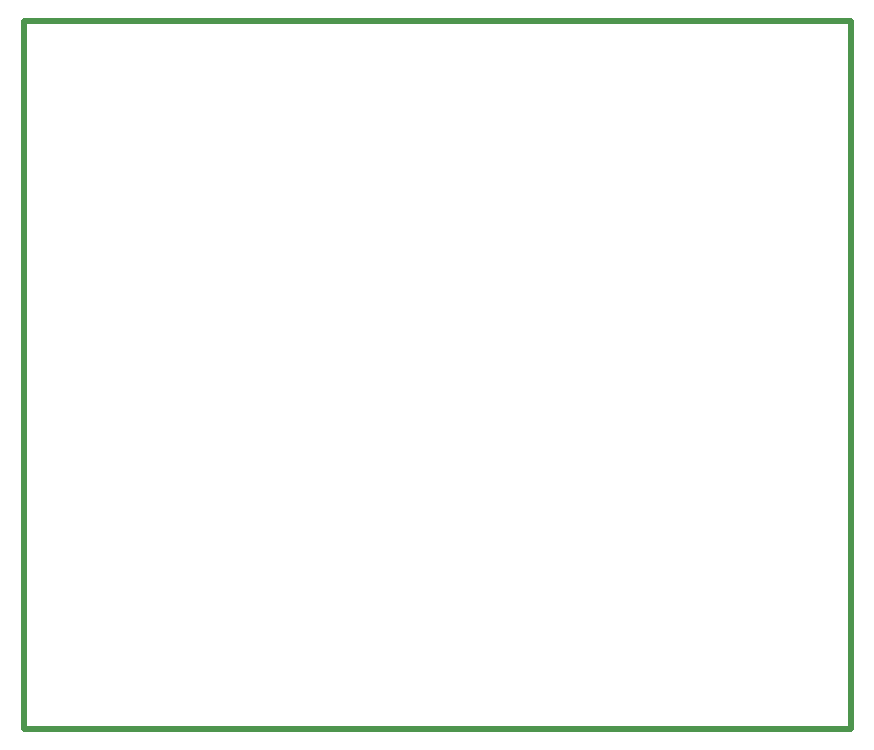
<source format=gko>
G04*
G04 #@! TF.GenerationSoftware,Altium Limited,Altium Designer,21.9.2 (33)*
G04*
G04 Layer_Color=16711935*
%FSLAX25Y25*%
%MOIN*%
G70*
G04*
G04 #@! TF.SameCoordinates,C4A799FB-7654-48D4-A5E1-033C702218DC*
G04*
G04*
G04 #@! TF.FilePolarity,Positive*
G04*
G01*
G75*
%ADD31C,0.01968*%
D31*
X-137795Y118110D02*
X137795D01*
X-137795Y-118110D02*
Y118110D01*
Y-118110D02*
X137795D01*
Y118110D01*
M02*

</source>
